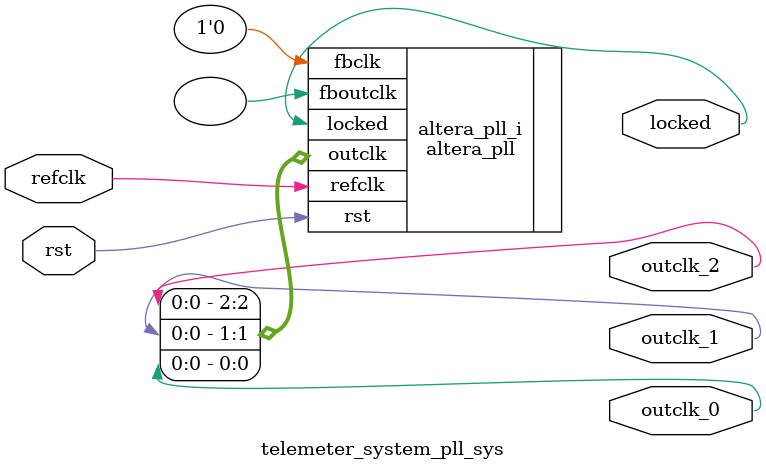
<source format=v>
`timescale 1ns/10ps
module  telemeter_system_pll_sys(

	// interface 'refclk'
	input wire refclk,

	// interface 'reset'
	input wire rst,

	// interface 'outclk0'
	output wire outclk_0,

	// interface 'outclk1'
	output wire outclk_1,

	// interface 'outclk2'
	output wire outclk_2,

	// interface 'locked'
	output wire locked
);

	altera_pll #(
		.fractional_vco_multiplier("false"),
		.reference_clock_frequency("50.0 MHz"),
		.operation_mode("normal"),
		.number_of_clocks(3),
		.output_clock_frequency0("100.000000 MHz"),
		.phase_shift0("0 ps"),
		.duty_cycle0(50),
		.output_clock_frequency1("40.000000 MHz"),
		.phase_shift1("0 ps"),
		.duty_cycle1(50),
		.output_clock_frequency2("200.000000 MHz"),
		.phase_shift2("0 ps"),
		.duty_cycle2(50),
		.output_clock_frequency3("0 MHz"),
		.phase_shift3("0 ps"),
		.duty_cycle3(50),
		.output_clock_frequency4("0 MHz"),
		.phase_shift4("0 ps"),
		.duty_cycle4(50),
		.output_clock_frequency5("0 MHz"),
		.phase_shift5("0 ps"),
		.duty_cycle5(50),
		.output_clock_frequency6("0 MHz"),
		.phase_shift6("0 ps"),
		.duty_cycle6(50),
		.output_clock_frequency7("0 MHz"),
		.phase_shift7("0 ps"),
		.duty_cycle7(50),
		.output_clock_frequency8("0 MHz"),
		.phase_shift8("0 ps"),
		.duty_cycle8(50),
		.output_clock_frequency9("0 MHz"),
		.phase_shift9("0 ps"),
		.duty_cycle9(50),
		.output_clock_frequency10("0 MHz"),
		.phase_shift10("0 ps"),
		.duty_cycle10(50),
		.output_clock_frequency11("0 MHz"),
		.phase_shift11("0 ps"),
		.duty_cycle11(50),
		.output_clock_frequency12("0 MHz"),
		.phase_shift12("0 ps"),
		.duty_cycle12(50),
		.output_clock_frequency13("0 MHz"),
		.phase_shift13("0 ps"),
		.duty_cycle13(50),
		.output_clock_frequency14("0 MHz"),
		.phase_shift14("0 ps"),
		.duty_cycle14(50),
		.output_clock_frequency15("0 MHz"),
		.phase_shift15("0 ps"),
		.duty_cycle15(50),
		.output_clock_frequency16("0 MHz"),
		.phase_shift16("0 ps"),
		.duty_cycle16(50),
		.output_clock_frequency17("0 MHz"),
		.phase_shift17("0 ps"),
		.duty_cycle17(50),
		.pll_type("General"),
		.pll_subtype("General")
	) altera_pll_i (
		.rst	(rst),
		.outclk	({outclk_2, outclk_1, outclk_0}),
		.locked	(locked),
		.fboutclk	( ),
		.fbclk	(1'b0),
		.refclk	(refclk)
	);
endmodule


</source>
